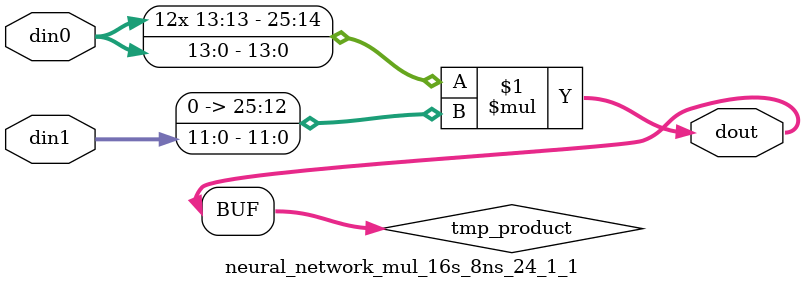
<source format=v>

`timescale 1 ns / 1 ps

  module neural_network_mul_16s_8ns_24_1_1(din0, din1, dout);
parameter ID = 1;
parameter NUM_STAGE = 0;
parameter din0_WIDTH = 14;
parameter din1_WIDTH = 12;
parameter dout_WIDTH = 26;

input [din0_WIDTH - 1 : 0] din0; 
input [din1_WIDTH - 1 : 0] din1; 
output [dout_WIDTH - 1 : 0] dout;

wire signed [dout_WIDTH - 1 : 0] tmp_product;












assign tmp_product = $signed(din0) * $signed({1'b0, din1});









assign dout = tmp_product;







endmodule

</source>
